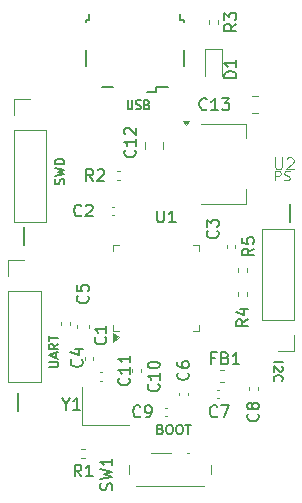
<source format=gbr>
%TF.GenerationSoftware,KiCad,Pcbnew,9.0.1*%
%TF.CreationDate,2025-04-19T10:59:12+01:00*%
%TF.ProjectId,firstkicadproject,66697273-746b-4696-9361-6470726f6a65,rev?*%
%TF.SameCoordinates,Original*%
%TF.FileFunction,Legend,Top*%
%TF.FilePolarity,Positive*%
%FSLAX46Y46*%
G04 Gerber Fmt 4.6, Leading zero omitted, Abs format (unit mm)*
G04 Created by KiCad (PCBNEW 9.0.1) date 2025-04-19 10:59:12*
%MOMM*%
%LPD*%
G01*
G04 APERTURE LIST*
%ADD10C,0.160000*%
%ADD11C,0.125000*%
%ADD12C,0.140000*%
%ADD13C,0.180000*%
%ADD14C,0.150000*%
%ADD15C,0.110000*%
%ADD16C,0.120000*%
G04 APERTURE END LIST*
D10*
X71855680Y-53742356D02*
X71893775Y-53628070D01*
X71893775Y-53628070D02*
X71893775Y-53437594D01*
X71893775Y-53437594D02*
X71855680Y-53361403D01*
X71855680Y-53361403D02*
X71817584Y-53323308D01*
X71817584Y-53323308D02*
X71741394Y-53285213D01*
X71741394Y-53285213D02*
X71665203Y-53285213D01*
X71665203Y-53285213D02*
X71589013Y-53323308D01*
X71589013Y-53323308D02*
X71550918Y-53361403D01*
X71550918Y-53361403D02*
X71512822Y-53437594D01*
X71512822Y-53437594D02*
X71474727Y-53589975D01*
X71474727Y-53589975D02*
X71436632Y-53666165D01*
X71436632Y-53666165D02*
X71398537Y-53704260D01*
X71398537Y-53704260D02*
X71322346Y-53742356D01*
X71322346Y-53742356D02*
X71246156Y-53742356D01*
X71246156Y-53742356D02*
X71169965Y-53704260D01*
X71169965Y-53704260D02*
X71131870Y-53666165D01*
X71131870Y-53666165D02*
X71093775Y-53589975D01*
X71093775Y-53589975D02*
X71093775Y-53399498D01*
X71093775Y-53399498D02*
X71131870Y-53285213D01*
X71093775Y-53018546D02*
X71893775Y-52828070D01*
X71893775Y-52828070D02*
X71322346Y-52675689D01*
X71322346Y-52675689D02*
X71893775Y-52523308D01*
X71893775Y-52523308D02*
X71093775Y-52332832D01*
X71893775Y-52028069D02*
X71093775Y-52028069D01*
X71093775Y-52028069D02*
X71093775Y-51837593D01*
X71093775Y-51837593D02*
X71131870Y-51723307D01*
X71131870Y-51723307D02*
X71208060Y-51647117D01*
X71208060Y-51647117D02*
X71284251Y-51609022D01*
X71284251Y-51609022D02*
X71436632Y-51570926D01*
X71436632Y-51570926D02*
X71550918Y-51570926D01*
X71550918Y-51570926D02*
X71703299Y-51609022D01*
X71703299Y-51609022D02*
X71779489Y-51647117D01*
X71779489Y-51647117D02*
X71855680Y-51723307D01*
X71855680Y-51723307D02*
X71893775Y-51837593D01*
X71893775Y-51837593D02*
X71893775Y-52028069D01*
D11*
X89772712Y-53395595D02*
X89772712Y-52595595D01*
X89772712Y-52595595D02*
X90077474Y-52595595D01*
X90077474Y-52595595D02*
X90153664Y-52633690D01*
X90153664Y-52633690D02*
X90191759Y-52671785D01*
X90191759Y-52671785D02*
X90229855Y-52747976D01*
X90229855Y-52747976D02*
X90229855Y-52862261D01*
X90229855Y-52862261D02*
X90191759Y-52938452D01*
X90191759Y-52938452D02*
X90153664Y-52976547D01*
X90153664Y-52976547D02*
X90077474Y-53014642D01*
X90077474Y-53014642D02*
X89772712Y-53014642D01*
X90534616Y-53357500D02*
X90648902Y-53395595D01*
X90648902Y-53395595D02*
X90839378Y-53395595D01*
X90839378Y-53395595D02*
X90915569Y-53357500D01*
X90915569Y-53357500D02*
X90953664Y-53319404D01*
X90953664Y-53319404D02*
X90991759Y-53243214D01*
X90991759Y-53243214D02*
X90991759Y-53167023D01*
X90991759Y-53167023D02*
X90953664Y-53090833D01*
X90953664Y-53090833D02*
X90915569Y-53052738D01*
X90915569Y-53052738D02*
X90839378Y-53014642D01*
X90839378Y-53014642D02*
X90686997Y-52976547D01*
X90686997Y-52976547D02*
X90610807Y-52938452D01*
X90610807Y-52938452D02*
X90572712Y-52900357D01*
X90572712Y-52900357D02*
X90534616Y-52824166D01*
X90534616Y-52824166D02*
X90534616Y-52747976D01*
X90534616Y-52747976D02*
X90572712Y-52671785D01*
X90572712Y-52671785D02*
X90610807Y-52633690D01*
X90610807Y-52633690D02*
X90686997Y-52595595D01*
X90686997Y-52595595D02*
X90877474Y-52595595D01*
X90877474Y-52595595D02*
X90991759Y-52633690D01*
D12*
X77258771Y-46594815D02*
X77258771Y-47242434D01*
X77258771Y-47242434D02*
X77292105Y-47318624D01*
X77292105Y-47318624D02*
X77325438Y-47356720D01*
X77325438Y-47356720D02*
X77392105Y-47394815D01*
X77392105Y-47394815D02*
X77525438Y-47394815D01*
X77525438Y-47394815D02*
X77592105Y-47356720D01*
X77592105Y-47356720D02*
X77625438Y-47318624D01*
X77625438Y-47318624D02*
X77658771Y-47242434D01*
X77658771Y-47242434D02*
X77658771Y-46594815D01*
X77958771Y-47356720D02*
X78058771Y-47394815D01*
X78058771Y-47394815D02*
X78225438Y-47394815D01*
X78225438Y-47394815D02*
X78292104Y-47356720D01*
X78292104Y-47356720D02*
X78325438Y-47318624D01*
X78325438Y-47318624D02*
X78358771Y-47242434D01*
X78358771Y-47242434D02*
X78358771Y-47166243D01*
X78358771Y-47166243D02*
X78325438Y-47090053D01*
X78325438Y-47090053D02*
X78292104Y-47051958D01*
X78292104Y-47051958D02*
X78225438Y-47013862D01*
X78225438Y-47013862D02*
X78092104Y-46975767D01*
X78092104Y-46975767D02*
X78025438Y-46937672D01*
X78025438Y-46937672D02*
X77992104Y-46899577D01*
X77992104Y-46899577D02*
X77958771Y-46823386D01*
X77958771Y-46823386D02*
X77958771Y-46747196D01*
X77958771Y-46747196D02*
X77992104Y-46671005D01*
X77992104Y-46671005D02*
X78025438Y-46632910D01*
X78025438Y-46632910D02*
X78092104Y-46594815D01*
X78092104Y-46594815D02*
X78258771Y-46594815D01*
X78258771Y-46594815D02*
X78358771Y-46632910D01*
X78892105Y-46975767D02*
X78992105Y-47013862D01*
X78992105Y-47013862D02*
X79025438Y-47051958D01*
X79025438Y-47051958D02*
X79058771Y-47128148D01*
X79058771Y-47128148D02*
X79058771Y-47242434D01*
X79058771Y-47242434D02*
X79025438Y-47318624D01*
X79025438Y-47318624D02*
X78992105Y-47356720D01*
X78992105Y-47356720D02*
X78925438Y-47394815D01*
X78925438Y-47394815D02*
X78658771Y-47394815D01*
X78658771Y-47394815D02*
X78658771Y-46594815D01*
X78658771Y-46594815D02*
X78892105Y-46594815D01*
X78892105Y-46594815D02*
X78958771Y-46632910D01*
X78958771Y-46632910D02*
X78992105Y-46671005D01*
X78992105Y-46671005D02*
X79025438Y-46747196D01*
X79025438Y-46747196D02*
X79025438Y-46823386D01*
X79025438Y-46823386D02*
X78992105Y-46899577D01*
X78992105Y-46899577D02*
X78958771Y-46937672D01*
X78958771Y-46937672D02*
X78892105Y-46975767D01*
X78892105Y-46975767D02*
X78658771Y-46975767D01*
D13*
X68483973Y-58905388D02*
X68483973Y-57381579D01*
D10*
X70593775Y-69204260D02*
X71241394Y-69204260D01*
X71241394Y-69204260D02*
X71317584Y-69166165D01*
X71317584Y-69166165D02*
X71355680Y-69128070D01*
X71355680Y-69128070D02*
X71393775Y-69051879D01*
X71393775Y-69051879D02*
X71393775Y-68899498D01*
X71393775Y-68899498D02*
X71355680Y-68823308D01*
X71355680Y-68823308D02*
X71317584Y-68785213D01*
X71317584Y-68785213D02*
X71241394Y-68747117D01*
X71241394Y-68747117D02*
X70593775Y-68747117D01*
X71165203Y-68404261D02*
X71165203Y-68023308D01*
X71393775Y-68480451D02*
X70593775Y-68213784D01*
X70593775Y-68213784D02*
X71393775Y-67947118D01*
X71393775Y-67223308D02*
X71012822Y-67489975D01*
X71393775Y-67680451D02*
X70593775Y-67680451D01*
X70593775Y-67680451D02*
X70593775Y-67375689D01*
X70593775Y-67375689D02*
X70631870Y-67299499D01*
X70631870Y-67299499D02*
X70669965Y-67261404D01*
X70669965Y-67261404D02*
X70746156Y-67223308D01*
X70746156Y-67223308D02*
X70860441Y-67223308D01*
X70860441Y-67223308D02*
X70936632Y-67261404D01*
X70936632Y-67261404D02*
X70974727Y-67299499D01*
X70974727Y-67299499D02*
X71012822Y-67375689D01*
X71012822Y-67375689D02*
X71012822Y-67680451D01*
X70593775Y-66994737D02*
X70593775Y-66537594D01*
X71393775Y-66766166D02*
X70593775Y-66766166D01*
D12*
X80049247Y-74475767D02*
X80163533Y-74513862D01*
X80163533Y-74513862D02*
X80201628Y-74551958D01*
X80201628Y-74551958D02*
X80239724Y-74628148D01*
X80239724Y-74628148D02*
X80239724Y-74742434D01*
X80239724Y-74742434D02*
X80201628Y-74818624D01*
X80201628Y-74818624D02*
X80163533Y-74856720D01*
X80163533Y-74856720D02*
X80087343Y-74894815D01*
X80087343Y-74894815D02*
X79782581Y-74894815D01*
X79782581Y-74894815D02*
X79782581Y-74094815D01*
X79782581Y-74094815D02*
X80049247Y-74094815D01*
X80049247Y-74094815D02*
X80125438Y-74132910D01*
X80125438Y-74132910D02*
X80163533Y-74171005D01*
X80163533Y-74171005D02*
X80201628Y-74247196D01*
X80201628Y-74247196D02*
X80201628Y-74323386D01*
X80201628Y-74323386D02*
X80163533Y-74399577D01*
X80163533Y-74399577D02*
X80125438Y-74437672D01*
X80125438Y-74437672D02*
X80049247Y-74475767D01*
X80049247Y-74475767D02*
X79782581Y-74475767D01*
X80734962Y-74094815D02*
X80887343Y-74094815D01*
X80887343Y-74094815D02*
X80963533Y-74132910D01*
X80963533Y-74132910D02*
X81039724Y-74209100D01*
X81039724Y-74209100D02*
X81077819Y-74361481D01*
X81077819Y-74361481D02*
X81077819Y-74628148D01*
X81077819Y-74628148D02*
X81039724Y-74780529D01*
X81039724Y-74780529D02*
X80963533Y-74856720D01*
X80963533Y-74856720D02*
X80887343Y-74894815D01*
X80887343Y-74894815D02*
X80734962Y-74894815D01*
X80734962Y-74894815D02*
X80658771Y-74856720D01*
X80658771Y-74856720D02*
X80582581Y-74780529D01*
X80582581Y-74780529D02*
X80544485Y-74628148D01*
X80544485Y-74628148D02*
X80544485Y-74361481D01*
X80544485Y-74361481D02*
X80582581Y-74209100D01*
X80582581Y-74209100D02*
X80658771Y-74132910D01*
X80658771Y-74132910D02*
X80734962Y-74094815D01*
X81573057Y-74094815D02*
X81725438Y-74094815D01*
X81725438Y-74094815D02*
X81801628Y-74132910D01*
X81801628Y-74132910D02*
X81877819Y-74209100D01*
X81877819Y-74209100D02*
X81915914Y-74361481D01*
X81915914Y-74361481D02*
X81915914Y-74628148D01*
X81915914Y-74628148D02*
X81877819Y-74780529D01*
X81877819Y-74780529D02*
X81801628Y-74856720D01*
X81801628Y-74856720D02*
X81725438Y-74894815D01*
X81725438Y-74894815D02*
X81573057Y-74894815D01*
X81573057Y-74894815D02*
X81496866Y-74856720D01*
X81496866Y-74856720D02*
X81420676Y-74780529D01*
X81420676Y-74780529D02*
X81382580Y-74628148D01*
X81382580Y-74628148D02*
X81382580Y-74361481D01*
X81382580Y-74361481D02*
X81420676Y-74209100D01*
X81420676Y-74209100D02*
X81496866Y-74132910D01*
X81496866Y-74132910D02*
X81573057Y-74094815D01*
X82144485Y-74094815D02*
X82601628Y-74094815D01*
X82373056Y-74894815D02*
X82373056Y-74094815D01*
D10*
X89606224Y-68795739D02*
X90406224Y-68795739D01*
X90330034Y-69138595D02*
X90368129Y-69176691D01*
X90368129Y-69176691D02*
X90406224Y-69252881D01*
X90406224Y-69252881D02*
X90406224Y-69443357D01*
X90406224Y-69443357D02*
X90368129Y-69519548D01*
X90368129Y-69519548D02*
X90330034Y-69557643D01*
X90330034Y-69557643D02*
X90253843Y-69595738D01*
X90253843Y-69595738D02*
X90177653Y-69595738D01*
X90177653Y-69595738D02*
X90063367Y-69557643D01*
X90063367Y-69557643D02*
X89606224Y-69100500D01*
X89606224Y-69100500D02*
X89606224Y-69595738D01*
X89682415Y-70395739D02*
X89644320Y-70357643D01*
X89644320Y-70357643D02*
X89606224Y-70243358D01*
X89606224Y-70243358D02*
X89606224Y-70167167D01*
X89606224Y-70167167D02*
X89644320Y-70052881D01*
X89644320Y-70052881D02*
X89720510Y-69976691D01*
X89720510Y-69976691D02*
X89796700Y-69938596D01*
X89796700Y-69938596D02*
X89949081Y-69900500D01*
X89949081Y-69900500D02*
X90063367Y-69900500D01*
X90063367Y-69900500D02*
X90215748Y-69938596D01*
X90215748Y-69938596D02*
X90291939Y-69976691D01*
X90291939Y-69976691D02*
X90368129Y-70052881D01*
X90368129Y-70052881D02*
X90406224Y-70167167D01*
X90406224Y-70167167D02*
X90406224Y-70243358D01*
X90406224Y-70243358D02*
X90368129Y-70357643D01*
X90368129Y-70357643D02*
X90330034Y-70395739D01*
D13*
X90983973Y-56905388D02*
X90983973Y-55381579D01*
X67983973Y-72905388D02*
X67983973Y-71381579D01*
D14*
X86454819Y-44738094D02*
X85454819Y-44738094D01*
X85454819Y-44738094D02*
X85454819Y-44499999D01*
X85454819Y-44499999D02*
X85502438Y-44357142D01*
X85502438Y-44357142D02*
X85597676Y-44261904D01*
X85597676Y-44261904D02*
X85692914Y-44214285D01*
X85692914Y-44214285D02*
X85883390Y-44166666D01*
X85883390Y-44166666D02*
X86026247Y-44166666D01*
X86026247Y-44166666D02*
X86216723Y-44214285D01*
X86216723Y-44214285D02*
X86311961Y-44261904D01*
X86311961Y-44261904D02*
X86407200Y-44357142D01*
X86407200Y-44357142D02*
X86454819Y-44499999D01*
X86454819Y-44499999D02*
X86454819Y-44738094D01*
X86454819Y-43214285D02*
X86454819Y-43785713D01*
X86454819Y-43499999D02*
X85454819Y-43499999D01*
X85454819Y-43499999D02*
X85597676Y-43595237D01*
X85597676Y-43595237D02*
X85692914Y-43690475D01*
X85692914Y-43690475D02*
X85740533Y-43785713D01*
X73333333Y-56359580D02*
X73285714Y-56407200D01*
X73285714Y-56407200D02*
X73142857Y-56454819D01*
X73142857Y-56454819D02*
X73047619Y-56454819D01*
X73047619Y-56454819D02*
X72904762Y-56407200D01*
X72904762Y-56407200D02*
X72809524Y-56311961D01*
X72809524Y-56311961D02*
X72761905Y-56216723D01*
X72761905Y-56216723D02*
X72714286Y-56026247D01*
X72714286Y-56026247D02*
X72714286Y-55883390D01*
X72714286Y-55883390D02*
X72761905Y-55692914D01*
X72761905Y-55692914D02*
X72809524Y-55597676D01*
X72809524Y-55597676D02*
X72904762Y-55502438D01*
X72904762Y-55502438D02*
X73047619Y-55454819D01*
X73047619Y-55454819D02*
X73142857Y-55454819D01*
X73142857Y-55454819D02*
X73285714Y-55502438D01*
X73285714Y-55502438D02*
X73333333Y-55550057D01*
X73714286Y-55550057D02*
X73761905Y-55502438D01*
X73761905Y-55502438D02*
X73857143Y-55454819D01*
X73857143Y-55454819D02*
X74095238Y-55454819D01*
X74095238Y-55454819D02*
X74190476Y-55502438D01*
X74190476Y-55502438D02*
X74238095Y-55550057D01*
X74238095Y-55550057D02*
X74285714Y-55645295D01*
X74285714Y-55645295D02*
X74285714Y-55740533D01*
X74285714Y-55740533D02*
X74238095Y-55883390D01*
X74238095Y-55883390D02*
X73666667Y-56454819D01*
X73666667Y-56454819D02*
X74285714Y-56454819D01*
X86454819Y-40146666D02*
X85978628Y-40479999D01*
X86454819Y-40718094D02*
X85454819Y-40718094D01*
X85454819Y-40718094D02*
X85454819Y-40337142D01*
X85454819Y-40337142D02*
X85502438Y-40241904D01*
X85502438Y-40241904D02*
X85550057Y-40194285D01*
X85550057Y-40194285D02*
X85645295Y-40146666D01*
X85645295Y-40146666D02*
X85788152Y-40146666D01*
X85788152Y-40146666D02*
X85883390Y-40194285D01*
X85883390Y-40194285D02*
X85931009Y-40241904D01*
X85931009Y-40241904D02*
X85978628Y-40337142D01*
X85978628Y-40337142D02*
X85978628Y-40718094D01*
X85454819Y-39813332D02*
X85454819Y-39194285D01*
X85454819Y-39194285D02*
X85835771Y-39527618D01*
X85835771Y-39527618D02*
X85835771Y-39384761D01*
X85835771Y-39384761D02*
X85883390Y-39289523D01*
X85883390Y-39289523D02*
X85931009Y-39241904D01*
X85931009Y-39241904D02*
X86026247Y-39194285D01*
X86026247Y-39194285D02*
X86264342Y-39194285D01*
X86264342Y-39194285D02*
X86359580Y-39241904D01*
X86359580Y-39241904D02*
X86407200Y-39289523D01*
X86407200Y-39289523D02*
X86454819Y-39384761D01*
X86454819Y-39384761D02*
X86454819Y-39670475D01*
X86454819Y-39670475D02*
X86407200Y-39765713D01*
X86407200Y-39765713D02*
X86359580Y-39813332D01*
X75359580Y-66666666D02*
X75407200Y-66714285D01*
X75407200Y-66714285D02*
X75454819Y-66857142D01*
X75454819Y-66857142D02*
X75454819Y-66952380D01*
X75454819Y-66952380D02*
X75407200Y-67095237D01*
X75407200Y-67095237D02*
X75311961Y-67190475D01*
X75311961Y-67190475D02*
X75216723Y-67238094D01*
X75216723Y-67238094D02*
X75026247Y-67285713D01*
X75026247Y-67285713D02*
X74883390Y-67285713D01*
X74883390Y-67285713D02*
X74692914Y-67238094D01*
X74692914Y-67238094D02*
X74597676Y-67190475D01*
X74597676Y-67190475D02*
X74502438Y-67095237D01*
X74502438Y-67095237D02*
X74454819Y-66952380D01*
X74454819Y-66952380D02*
X74454819Y-66857142D01*
X74454819Y-66857142D02*
X74502438Y-66714285D01*
X74502438Y-66714285D02*
X74550057Y-66666666D01*
X75454819Y-65714285D02*
X75454819Y-66285713D01*
X75454819Y-65999999D02*
X74454819Y-65999999D01*
X74454819Y-65999999D02*
X74597676Y-66095237D01*
X74597676Y-66095237D02*
X74692914Y-66190475D01*
X74692914Y-66190475D02*
X74740533Y-66285713D01*
X84666666Y-68431009D02*
X84333333Y-68431009D01*
X84333333Y-68954819D02*
X84333333Y-67954819D01*
X84333333Y-67954819D02*
X84809523Y-67954819D01*
X85523809Y-68431009D02*
X85666666Y-68478628D01*
X85666666Y-68478628D02*
X85714285Y-68526247D01*
X85714285Y-68526247D02*
X85761904Y-68621485D01*
X85761904Y-68621485D02*
X85761904Y-68764342D01*
X85761904Y-68764342D02*
X85714285Y-68859580D01*
X85714285Y-68859580D02*
X85666666Y-68907200D01*
X85666666Y-68907200D02*
X85571428Y-68954819D01*
X85571428Y-68954819D02*
X85190476Y-68954819D01*
X85190476Y-68954819D02*
X85190476Y-67954819D01*
X85190476Y-67954819D02*
X85523809Y-67954819D01*
X85523809Y-67954819D02*
X85619047Y-68002438D01*
X85619047Y-68002438D02*
X85666666Y-68050057D01*
X85666666Y-68050057D02*
X85714285Y-68145295D01*
X85714285Y-68145295D02*
X85714285Y-68240533D01*
X85714285Y-68240533D02*
X85666666Y-68335771D01*
X85666666Y-68335771D02*
X85619047Y-68383390D01*
X85619047Y-68383390D02*
X85523809Y-68431009D01*
X85523809Y-68431009D02*
X85190476Y-68431009D01*
X86714285Y-68954819D02*
X86142857Y-68954819D01*
X86428571Y-68954819D02*
X86428571Y-67954819D01*
X86428571Y-67954819D02*
X86333333Y-68097676D01*
X86333333Y-68097676D02*
X86238095Y-68192914D01*
X86238095Y-68192914D02*
X86142857Y-68240533D01*
X78333333Y-73359580D02*
X78285714Y-73407200D01*
X78285714Y-73407200D02*
X78142857Y-73454819D01*
X78142857Y-73454819D02*
X78047619Y-73454819D01*
X78047619Y-73454819D02*
X77904762Y-73407200D01*
X77904762Y-73407200D02*
X77809524Y-73311961D01*
X77809524Y-73311961D02*
X77761905Y-73216723D01*
X77761905Y-73216723D02*
X77714286Y-73026247D01*
X77714286Y-73026247D02*
X77714286Y-72883390D01*
X77714286Y-72883390D02*
X77761905Y-72692914D01*
X77761905Y-72692914D02*
X77809524Y-72597676D01*
X77809524Y-72597676D02*
X77904762Y-72502438D01*
X77904762Y-72502438D02*
X78047619Y-72454819D01*
X78047619Y-72454819D02*
X78142857Y-72454819D01*
X78142857Y-72454819D02*
X78285714Y-72502438D01*
X78285714Y-72502438D02*
X78333333Y-72550057D01*
X78809524Y-73454819D02*
X79000000Y-73454819D01*
X79000000Y-73454819D02*
X79095238Y-73407200D01*
X79095238Y-73407200D02*
X79142857Y-73359580D01*
X79142857Y-73359580D02*
X79238095Y-73216723D01*
X79238095Y-73216723D02*
X79285714Y-73026247D01*
X79285714Y-73026247D02*
X79285714Y-72645295D01*
X79285714Y-72645295D02*
X79238095Y-72550057D01*
X79238095Y-72550057D02*
X79190476Y-72502438D01*
X79190476Y-72502438D02*
X79095238Y-72454819D01*
X79095238Y-72454819D02*
X78904762Y-72454819D01*
X78904762Y-72454819D02*
X78809524Y-72502438D01*
X78809524Y-72502438D02*
X78761905Y-72550057D01*
X78761905Y-72550057D02*
X78714286Y-72645295D01*
X78714286Y-72645295D02*
X78714286Y-72883390D01*
X78714286Y-72883390D02*
X78761905Y-72978628D01*
X78761905Y-72978628D02*
X78809524Y-73026247D01*
X78809524Y-73026247D02*
X78904762Y-73073866D01*
X78904762Y-73073866D02*
X79095238Y-73073866D01*
X79095238Y-73073866D02*
X79190476Y-73026247D01*
X79190476Y-73026247D02*
X79238095Y-72978628D01*
X79238095Y-72978628D02*
X79285714Y-72883390D01*
X84833333Y-73359580D02*
X84785714Y-73407200D01*
X84785714Y-73407200D02*
X84642857Y-73454819D01*
X84642857Y-73454819D02*
X84547619Y-73454819D01*
X84547619Y-73454819D02*
X84404762Y-73407200D01*
X84404762Y-73407200D02*
X84309524Y-73311961D01*
X84309524Y-73311961D02*
X84261905Y-73216723D01*
X84261905Y-73216723D02*
X84214286Y-73026247D01*
X84214286Y-73026247D02*
X84214286Y-72883390D01*
X84214286Y-72883390D02*
X84261905Y-72692914D01*
X84261905Y-72692914D02*
X84309524Y-72597676D01*
X84309524Y-72597676D02*
X84404762Y-72502438D01*
X84404762Y-72502438D02*
X84547619Y-72454819D01*
X84547619Y-72454819D02*
X84642857Y-72454819D01*
X84642857Y-72454819D02*
X84785714Y-72502438D01*
X84785714Y-72502438D02*
X84833333Y-72550057D01*
X85166667Y-72454819D02*
X85833333Y-72454819D01*
X85833333Y-72454819D02*
X85404762Y-73454819D01*
X74333333Y-53454819D02*
X74000000Y-52978628D01*
X73761905Y-53454819D02*
X73761905Y-52454819D01*
X73761905Y-52454819D02*
X74142857Y-52454819D01*
X74142857Y-52454819D02*
X74238095Y-52502438D01*
X74238095Y-52502438D02*
X74285714Y-52550057D01*
X74285714Y-52550057D02*
X74333333Y-52645295D01*
X74333333Y-52645295D02*
X74333333Y-52788152D01*
X74333333Y-52788152D02*
X74285714Y-52883390D01*
X74285714Y-52883390D02*
X74238095Y-52931009D01*
X74238095Y-52931009D02*
X74142857Y-52978628D01*
X74142857Y-52978628D02*
X73761905Y-52978628D01*
X74714286Y-52550057D02*
X74761905Y-52502438D01*
X74761905Y-52502438D02*
X74857143Y-52454819D01*
X74857143Y-52454819D02*
X75095238Y-52454819D01*
X75095238Y-52454819D02*
X75190476Y-52502438D01*
X75190476Y-52502438D02*
X75238095Y-52550057D01*
X75238095Y-52550057D02*
X75285714Y-52645295D01*
X75285714Y-52645295D02*
X75285714Y-52740533D01*
X75285714Y-52740533D02*
X75238095Y-52883390D01*
X75238095Y-52883390D02*
X74666667Y-53454819D01*
X74666667Y-53454819D02*
X75285714Y-53454819D01*
X87454819Y-65166666D02*
X86978628Y-65499999D01*
X87454819Y-65738094D02*
X86454819Y-65738094D01*
X86454819Y-65738094D02*
X86454819Y-65357142D01*
X86454819Y-65357142D02*
X86502438Y-65261904D01*
X86502438Y-65261904D02*
X86550057Y-65214285D01*
X86550057Y-65214285D02*
X86645295Y-65166666D01*
X86645295Y-65166666D02*
X86788152Y-65166666D01*
X86788152Y-65166666D02*
X86883390Y-65214285D01*
X86883390Y-65214285D02*
X86931009Y-65261904D01*
X86931009Y-65261904D02*
X86978628Y-65357142D01*
X86978628Y-65357142D02*
X86978628Y-65738094D01*
X86788152Y-64309523D02*
X87454819Y-64309523D01*
X86407200Y-64547618D02*
X87121485Y-64785713D01*
X87121485Y-64785713D02*
X87121485Y-64166666D01*
X79859580Y-70642857D02*
X79907200Y-70690476D01*
X79907200Y-70690476D02*
X79954819Y-70833333D01*
X79954819Y-70833333D02*
X79954819Y-70928571D01*
X79954819Y-70928571D02*
X79907200Y-71071428D01*
X79907200Y-71071428D02*
X79811961Y-71166666D01*
X79811961Y-71166666D02*
X79716723Y-71214285D01*
X79716723Y-71214285D02*
X79526247Y-71261904D01*
X79526247Y-71261904D02*
X79383390Y-71261904D01*
X79383390Y-71261904D02*
X79192914Y-71214285D01*
X79192914Y-71214285D02*
X79097676Y-71166666D01*
X79097676Y-71166666D02*
X79002438Y-71071428D01*
X79002438Y-71071428D02*
X78954819Y-70928571D01*
X78954819Y-70928571D02*
X78954819Y-70833333D01*
X78954819Y-70833333D02*
X79002438Y-70690476D01*
X79002438Y-70690476D02*
X79050057Y-70642857D01*
X79954819Y-69690476D02*
X79954819Y-70261904D01*
X79954819Y-69976190D02*
X78954819Y-69976190D01*
X78954819Y-69976190D02*
X79097676Y-70071428D01*
X79097676Y-70071428D02*
X79192914Y-70166666D01*
X79192914Y-70166666D02*
X79240533Y-70261904D01*
X78954819Y-69071428D02*
X78954819Y-68976190D01*
X78954819Y-68976190D02*
X79002438Y-68880952D01*
X79002438Y-68880952D02*
X79050057Y-68833333D01*
X79050057Y-68833333D02*
X79145295Y-68785714D01*
X79145295Y-68785714D02*
X79335771Y-68738095D01*
X79335771Y-68738095D02*
X79573866Y-68738095D01*
X79573866Y-68738095D02*
X79764342Y-68785714D01*
X79764342Y-68785714D02*
X79859580Y-68833333D01*
X79859580Y-68833333D02*
X79907200Y-68880952D01*
X79907200Y-68880952D02*
X79954819Y-68976190D01*
X79954819Y-68976190D02*
X79954819Y-69071428D01*
X79954819Y-69071428D02*
X79907200Y-69166666D01*
X79907200Y-69166666D02*
X79859580Y-69214285D01*
X79859580Y-69214285D02*
X79764342Y-69261904D01*
X79764342Y-69261904D02*
X79573866Y-69309523D01*
X79573866Y-69309523D02*
X79335771Y-69309523D01*
X79335771Y-69309523D02*
X79145295Y-69261904D01*
X79145295Y-69261904D02*
X79050057Y-69214285D01*
X79050057Y-69214285D02*
X79002438Y-69166666D01*
X79002438Y-69166666D02*
X78954819Y-69071428D01*
X73333333Y-78454819D02*
X73000000Y-77978628D01*
X72761905Y-78454819D02*
X72761905Y-77454819D01*
X72761905Y-77454819D02*
X73142857Y-77454819D01*
X73142857Y-77454819D02*
X73238095Y-77502438D01*
X73238095Y-77502438D02*
X73285714Y-77550057D01*
X73285714Y-77550057D02*
X73333333Y-77645295D01*
X73333333Y-77645295D02*
X73333333Y-77788152D01*
X73333333Y-77788152D02*
X73285714Y-77883390D01*
X73285714Y-77883390D02*
X73238095Y-77931009D01*
X73238095Y-77931009D02*
X73142857Y-77978628D01*
X73142857Y-77978628D02*
X72761905Y-77978628D01*
X74285714Y-78454819D02*
X73714286Y-78454819D01*
X74000000Y-78454819D02*
X74000000Y-77454819D01*
X74000000Y-77454819D02*
X73904762Y-77597676D01*
X73904762Y-77597676D02*
X73809524Y-77692914D01*
X73809524Y-77692914D02*
X73714286Y-77740533D01*
X73859580Y-63166666D02*
X73907200Y-63214285D01*
X73907200Y-63214285D02*
X73954819Y-63357142D01*
X73954819Y-63357142D02*
X73954819Y-63452380D01*
X73954819Y-63452380D02*
X73907200Y-63595237D01*
X73907200Y-63595237D02*
X73811961Y-63690475D01*
X73811961Y-63690475D02*
X73716723Y-63738094D01*
X73716723Y-63738094D02*
X73526247Y-63785713D01*
X73526247Y-63785713D02*
X73383390Y-63785713D01*
X73383390Y-63785713D02*
X73192914Y-63738094D01*
X73192914Y-63738094D02*
X73097676Y-63690475D01*
X73097676Y-63690475D02*
X73002438Y-63595237D01*
X73002438Y-63595237D02*
X72954819Y-63452380D01*
X72954819Y-63452380D02*
X72954819Y-63357142D01*
X72954819Y-63357142D02*
X73002438Y-63214285D01*
X73002438Y-63214285D02*
X73050057Y-63166666D01*
X72954819Y-62261904D02*
X72954819Y-62738094D01*
X72954819Y-62738094D02*
X73431009Y-62785713D01*
X73431009Y-62785713D02*
X73383390Y-62738094D01*
X73383390Y-62738094D02*
X73335771Y-62642856D01*
X73335771Y-62642856D02*
X73335771Y-62404761D01*
X73335771Y-62404761D02*
X73383390Y-62309523D01*
X73383390Y-62309523D02*
X73431009Y-62261904D01*
X73431009Y-62261904D02*
X73526247Y-62214285D01*
X73526247Y-62214285D02*
X73764342Y-62214285D01*
X73764342Y-62214285D02*
X73859580Y-62261904D01*
X73859580Y-62261904D02*
X73907200Y-62309523D01*
X73907200Y-62309523D02*
X73954819Y-62404761D01*
X73954819Y-62404761D02*
X73954819Y-62642856D01*
X73954819Y-62642856D02*
X73907200Y-62738094D01*
X73907200Y-62738094D02*
X73859580Y-62785713D01*
X77859580Y-50831605D02*
X77907200Y-50879224D01*
X77907200Y-50879224D02*
X77954819Y-51022081D01*
X77954819Y-51022081D02*
X77954819Y-51117319D01*
X77954819Y-51117319D02*
X77907200Y-51260176D01*
X77907200Y-51260176D02*
X77811961Y-51355414D01*
X77811961Y-51355414D02*
X77716723Y-51403033D01*
X77716723Y-51403033D02*
X77526247Y-51450652D01*
X77526247Y-51450652D02*
X77383390Y-51450652D01*
X77383390Y-51450652D02*
X77192914Y-51403033D01*
X77192914Y-51403033D02*
X77097676Y-51355414D01*
X77097676Y-51355414D02*
X77002438Y-51260176D01*
X77002438Y-51260176D02*
X76954819Y-51117319D01*
X76954819Y-51117319D02*
X76954819Y-51022081D01*
X76954819Y-51022081D02*
X77002438Y-50879224D01*
X77002438Y-50879224D02*
X77050057Y-50831605D01*
X77954819Y-49879224D02*
X77954819Y-50450652D01*
X77954819Y-50164938D02*
X76954819Y-50164938D01*
X76954819Y-50164938D02*
X77097676Y-50260176D01*
X77097676Y-50260176D02*
X77192914Y-50355414D01*
X77192914Y-50355414D02*
X77240533Y-50450652D01*
X77050057Y-49498271D02*
X77002438Y-49450652D01*
X77002438Y-49450652D02*
X76954819Y-49355414D01*
X76954819Y-49355414D02*
X76954819Y-49117319D01*
X76954819Y-49117319D02*
X77002438Y-49022081D01*
X77002438Y-49022081D02*
X77050057Y-48974462D01*
X77050057Y-48974462D02*
X77145295Y-48926843D01*
X77145295Y-48926843D02*
X77240533Y-48926843D01*
X77240533Y-48926843D02*
X77383390Y-48974462D01*
X77383390Y-48974462D02*
X77954819Y-49545890D01*
X77954819Y-49545890D02*
X77954819Y-48926843D01*
D15*
X89738095Y-51456899D02*
X89738095Y-52266422D01*
X89738095Y-52266422D02*
X89785714Y-52361660D01*
X89785714Y-52361660D02*
X89833333Y-52409280D01*
X89833333Y-52409280D02*
X89928571Y-52456899D01*
X89928571Y-52456899D02*
X90119047Y-52456899D01*
X90119047Y-52456899D02*
X90214285Y-52409280D01*
X90214285Y-52409280D02*
X90261904Y-52361660D01*
X90261904Y-52361660D02*
X90309523Y-52266422D01*
X90309523Y-52266422D02*
X90309523Y-51456899D01*
X90738095Y-51552137D02*
X90785714Y-51504518D01*
X90785714Y-51504518D02*
X90880952Y-51456899D01*
X90880952Y-51456899D02*
X91119047Y-51456899D01*
X91119047Y-51456899D02*
X91214285Y-51504518D01*
X91214285Y-51504518D02*
X91261904Y-51552137D01*
X91261904Y-51552137D02*
X91309523Y-51647375D01*
X91309523Y-51647375D02*
X91309523Y-51742613D01*
X91309523Y-51742613D02*
X91261904Y-51885470D01*
X91261904Y-51885470D02*
X90690476Y-52456899D01*
X90690476Y-52456899D02*
X91309523Y-52456899D01*
D14*
X88284580Y-73166666D02*
X88332200Y-73214285D01*
X88332200Y-73214285D02*
X88379819Y-73357142D01*
X88379819Y-73357142D02*
X88379819Y-73452380D01*
X88379819Y-73452380D02*
X88332200Y-73595237D01*
X88332200Y-73595237D02*
X88236961Y-73690475D01*
X88236961Y-73690475D02*
X88141723Y-73738094D01*
X88141723Y-73738094D02*
X87951247Y-73785713D01*
X87951247Y-73785713D02*
X87808390Y-73785713D01*
X87808390Y-73785713D02*
X87617914Y-73738094D01*
X87617914Y-73738094D02*
X87522676Y-73690475D01*
X87522676Y-73690475D02*
X87427438Y-73595237D01*
X87427438Y-73595237D02*
X87379819Y-73452380D01*
X87379819Y-73452380D02*
X87379819Y-73357142D01*
X87379819Y-73357142D02*
X87427438Y-73214285D01*
X87427438Y-73214285D02*
X87475057Y-73166666D01*
X87808390Y-72595237D02*
X87760771Y-72690475D01*
X87760771Y-72690475D02*
X87713152Y-72738094D01*
X87713152Y-72738094D02*
X87617914Y-72785713D01*
X87617914Y-72785713D02*
X87570295Y-72785713D01*
X87570295Y-72785713D02*
X87475057Y-72738094D01*
X87475057Y-72738094D02*
X87427438Y-72690475D01*
X87427438Y-72690475D02*
X87379819Y-72595237D01*
X87379819Y-72595237D02*
X87379819Y-72404761D01*
X87379819Y-72404761D02*
X87427438Y-72309523D01*
X87427438Y-72309523D02*
X87475057Y-72261904D01*
X87475057Y-72261904D02*
X87570295Y-72214285D01*
X87570295Y-72214285D02*
X87617914Y-72214285D01*
X87617914Y-72214285D02*
X87713152Y-72261904D01*
X87713152Y-72261904D02*
X87760771Y-72309523D01*
X87760771Y-72309523D02*
X87808390Y-72404761D01*
X87808390Y-72404761D02*
X87808390Y-72595237D01*
X87808390Y-72595237D02*
X87856009Y-72690475D01*
X87856009Y-72690475D02*
X87903628Y-72738094D01*
X87903628Y-72738094D02*
X87998866Y-72785713D01*
X87998866Y-72785713D02*
X88189342Y-72785713D01*
X88189342Y-72785713D02*
X88284580Y-72738094D01*
X88284580Y-72738094D02*
X88332200Y-72690475D01*
X88332200Y-72690475D02*
X88379819Y-72595237D01*
X88379819Y-72595237D02*
X88379819Y-72404761D01*
X88379819Y-72404761D02*
X88332200Y-72309523D01*
X88332200Y-72309523D02*
X88284580Y-72261904D01*
X88284580Y-72261904D02*
X88189342Y-72214285D01*
X88189342Y-72214285D02*
X87998866Y-72214285D01*
X87998866Y-72214285D02*
X87903628Y-72261904D01*
X87903628Y-72261904D02*
X87856009Y-72309523D01*
X87856009Y-72309523D02*
X87808390Y-72404761D01*
X79738095Y-55954819D02*
X79738095Y-56764342D01*
X79738095Y-56764342D02*
X79785714Y-56859580D01*
X79785714Y-56859580D02*
X79833333Y-56907200D01*
X79833333Y-56907200D02*
X79928571Y-56954819D01*
X79928571Y-56954819D02*
X80119047Y-56954819D01*
X80119047Y-56954819D02*
X80214285Y-56907200D01*
X80214285Y-56907200D02*
X80261904Y-56859580D01*
X80261904Y-56859580D02*
X80309523Y-56764342D01*
X80309523Y-56764342D02*
X80309523Y-55954819D01*
X81309523Y-56954819D02*
X80738095Y-56954819D01*
X81023809Y-56954819D02*
X81023809Y-55954819D01*
X81023809Y-55954819D02*
X80928571Y-56097676D01*
X80928571Y-56097676D02*
X80833333Y-56192914D01*
X80833333Y-56192914D02*
X80738095Y-56240533D01*
X82359580Y-69666666D02*
X82407200Y-69714285D01*
X82407200Y-69714285D02*
X82454819Y-69857142D01*
X82454819Y-69857142D02*
X82454819Y-69952380D01*
X82454819Y-69952380D02*
X82407200Y-70095237D01*
X82407200Y-70095237D02*
X82311961Y-70190475D01*
X82311961Y-70190475D02*
X82216723Y-70238094D01*
X82216723Y-70238094D02*
X82026247Y-70285713D01*
X82026247Y-70285713D02*
X81883390Y-70285713D01*
X81883390Y-70285713D02*
X81692914Y-70238094D01*
X81692914Y-70238094D02*
X81597676Y-70190475D01*
X81597676Y-70190475D02*
X81502438Y-70095237D01*
X81502438Y-70095237D02*
X81454819Y-69952380D01*
X81454819Y-69952380D02*
X81454819Y-69857142D01*
X81454819Y-69857142D02*
X81502438Y-69714285D01*
X81502438Y-69714285D02*
X81550057Y-69666666D01*
X81454819Y-68809523D02*
X81454819Y-68999999D01*
X81454819Y-68999999D02*
X81502438Y-69095237D01*
X81502438Y-69095237D02*
X81550057Y-69142856D01*
X81550057Y-69142856D02*
X81692914Y-69238094D01*
X81692914Y-69238094D02*
X81883390Y-69285713D01*
X81883390Y-69285713D02*
X82264342Y-69285713D01*
X82264342Y-69285713D02*
X82359580Y-69238094D01*
X82359580Y-69238094D02*
X82407200Y-69190475D01*
X82407200Y-69190475D02*
X82454819Y-69095237D01*
X82454819Y-69095237D02*
X82454819Y-68904761D01*
X82454819Y-68904761D02*
X82407200Y-68809523D01*
X82407200Y-68809523D02*
X82359580Y-68761904D01*
X82359580Y-68761904D02*
X82264342Y-68714285D01*
X82264342Y-68714285D02*
X82026247Y-68714285D01*
X82026247Y-68714285D02*
X81931009Y-68761904D01*
X81931009Y-68761904D02*
X81883390Y-68809523D01*
X81883390Y-68809523D02*
X81835771Y-68904761D01*
X81835771Y-68904761D02*
X81835771Y-69095237D01*
X81835771Y-69095237D02*
X81883390Y-69190475D01*
X81883390Y-69190475D02*
X81931009Y-69238094D01*
X81931009Y-69238094D02*
X82026247Y-69285713D01*
X83957142Y-47359580D02*
X83909523Y-47407200D01*
X83909523Y-47407200D02*
X83766666Y-47454819D01*
X83766666Y-47454819D02*
X83671428Y-47454819D01*
X83671428Y-47454819D02*
X83528571Y-47407200D01*
X83528571Y-47407200D02*
X83433333Y-47311961D01*
X83433333Y-47311961D02*
X83385714Y-47216723D01*
X83385714Y-47216723D02*
X83338095Y-47026247D01*
X83338095Y-47026247D02*
X83338095Y-46883390D01*
X83338095Y-46883390D02*
X83385714Y-46692914D01*
X83385714Y-46692914D02*
X83433333Y-46597676D01*
X83433333Y-46597676D02*
X83528571Y-46502438D01*
X83528571Y-46502438D02*
X83671428Y-46454819D01*
X83671428Y-46454819D02*
X83766666Y-46454819D01*
X83766666Y-46454819D02*
X83909523Y-46502438D01*
X83909523Y-46502438D02*
X83957142Y-46550057D01*
X84909523Y-47454819D02*
X84338095Y-47454819D01*
X84623809Y-47454819D02*
X84623809Y-46454819D01*
X84623809Y-46454819D02*
X84528571Y-46597676D01*
X84528571Y-46597676D02*
X84433333Y-46692914D01*
X84433333Y-46692914D02*
X84338095Y-46740533D01*
X85242857Y-46454819D02*
X85861904Y-46454819D01*
X85861904Y-46454819D02*
X85528571Y-46835771D01*
X85528571Y-46835771D02*
X85671428Y-46835771D01*
X85671428Y-46835771D02*
X85766666Y-46883390D01*
X85766666Y-46883390D02*
X85814285Y-46931009D01*
X85814285Y-46931009D02*
X85861904Y-47026247D01*
X85861904Y-47026247D02*
X85861904Y-47264342D01*
X85861904Y-47264342D02*
X85814285Y-47359580D01*
X85814285Y-47359580D02*
X85766666Y-47407200D01*
X85766666Y-47407200D02*
X85671428Y-47454819D01*
X85671428Y-47454819D02*
X85385714Y-47454819D01*
X85385714Y-47454819D02*
X85290476Y-47407200D01*
X85290476Y-47407200D02*
X85242857Y-47359580D01*
X84859580Y-57666666D02*
X84907200Y-57714285D01*
X84907200Y-57714285D02*
X84954819Y-57857142D01*
X84954819Y-57857142D02*
X84954819Y-57952380D01*
X84954819Y-57952380D02*
X84907200Y-58095237D01*
X84907200Y-58095237D02*
X84811961Y-58190475D01*
X84811961Y-58190475D02*
X84716723Y-58238094D01*
X84716723Y-58238094D02*
X84526247Y-58285713D01*
X84526247Y-58285713D02*
X84383390Y-58285713D01*
X84383390Y-58285713D02*
X84192914Y-58238094D01*
X84192914Y-58238094D02*
X84097676Y-58190475D01*
X84097676Y-58190475D02*
X84002438Y-58095237D01*
X84002438Y-58095237D02*
X83954819Y-57952380D01*
X83954819Y-57952380D02*
X83954819Y-57857142D01*
X83954819Y-57857142D02*
X84002438Y-57714285D01*
X84002438Y-57714285D02*
X84050057Y-57666666D01*
X83954819Y-57333332D02*
X83954819Y-56714285D01*
X83954819Y-56714285D02*
X84335771Y-57047618D01*
X84335771Y-57047618D02*
X84335771Y-56904761D01*
X84335771Y-56904761D02*
X84383390Y-56809523D01*
X84383390Y-56809523D02*
X84431009Y-56761904D01*
X84431009Y-56761904D02*
X84526247Y-56714285D01*
X84526247Y-56714285D02*
X84764342Y-56714285D01*
X84764342Y-56714285D02*
X84859580Y-56761904D01*
X84859580Y-56761904D02*
X84907200Y-56809523D01*
X84907200Y-56809523D02*
X84954819Y-56904761D01*
X84954819Y-56904761D02*
X84954819Y-57190475D01*
X84954819Y-57190475D02*
X84907200Y-57285713D01*
X84907200Y-57285713D02*
X84859580Y-57333332D01*
X72023809Y-72328628D02*
X72023809Y-72804819D01*
X71690476Y-71804819D02*
X72023809Y-72328628D01*
X72023809Y-72328628D02*
X72357142Y-71804819D01*
X73214285Y-72804819D02*
X72642857Y-72804819D01*
X72928571Y-72804819D02*
X72928571Y-71804819D01*
X72928571Y-71804819D02*
X72833333Y-71947676D01*
X72833333Y-71947676D02*
X72738095Y-72042914D01*
X72738095Y-72042914D02*
X72642857Y-72090533D01*
X75907200Y-79623332D02*
X75954819Y-79480475D01*
X75954819Y-79480475D02*
X75954819Y-79242380D01*
X75954819Y-79242380D02*
X75907200Y-79147142D01*
X75907200Y-79147142D02*
X75859580Y-79099523D01*
X75859580Y-79099523D02*
X75764342Y-79051904D01*
X75764342Y-79051904D02*
X75669104Y-79051904D01*
X75669104Y-79051904D02*
X75573866Y-79099523D01*
X75573866Y-79099523D02*
X75526247Y-79147142D01*
X75526247Y-79147142D02*
X75478628Y-79242380D01*
X75478628Y-79242380D02*
X75431009Y-79432856D01*
X75431009Y-79432856D02*
X75383390Y-79528094D01*
X75383390Y-79528094D02*
X75335771Y-79575713D01*
X75335771Y-79575713D02*
X75240533Y-79623332D01*
X75240533Y-79623332D02*
X75145295Y-79623332D01*
X75145295Y-79623332D02*
X75050057Y-79575713D01*
X75050057Y-79575713D02*
X75002438Y-79528094D01*
X75002438Y-79528094D02*
X74954819Y-79432856D01*
X74954819Y-79432856D02*
X74954819Y-79194761D01*
X74954819Y-79194761D02*
X75002438Y-79051904D01*
X74954819Y-78718570D02*
X75954819Y-78480475D01*
X75954819Y-78480475D02*
X75240533Y-78289999D01*
X75240533Y-78289999D02*
X75954819Y-78099523D01*
X75954819Y-78099523D02*
X74954819Y-77861428D01*
X75954819Y-76956666D02*
X75954819Y-77528094D01*
X75954819Y-77242380D02*
X74954819Y-77242380D01*
X74954819Y-77242380D02*
X75097676Y-77337618D01*
X75097676Y-77337618D02*
X75192914Y-77432856D01*
X75192914Y-77432856D02*
X75240533Y-77528094D01*
X73359580Y-68558830D02*
X73407200Y-68606449D01*
X73407200Y-68606449D02*
X73454819Y-68749306D01*
X73454819Y-68749306D02*
X73454819Y-68844544D01*
X73454819Y-68844544D02*
X73407200Y-68987401D01*
X73407200Y-68987401D02*
X73311961Y-69082639D01*
X73311961Y-69082639D02*
X73216723Y-69130258D01*
X73216723Y-69130258D02*
X73026247Y-69177877D01*
X73026247Y-69177877D02*
X72883390Y-69177877D01*
X72883390Y-69177877D02*
X72692914Y-69130258D01*
X72692914Y-69130258D02*
X72597676Y-69082639D01*
X72597676Y-69082639D02*
X72502438Y-68987401D01*
X72502438Y-68987401D02*
X72454819Y-68844544D01*
X72454819Y-68844544D02*
X72454819Y-68749306D01*
X72454819Y-68749306D02*
X72502438Y-68606449D01*
X72502438Y-68606449D02*
X72550057Y-68558830D01*
X72788152Y-67701687D02*
X73454819Y-67701687D01*
X72407200Y-67939782D02*
X73121485Y-68177877D01*
X73121485Y-68177877D02*
X73121485Y-67558830D01*
X87954819Y-59166666D02*
X87478628Y-59499999D01*
X87954819Y-59738094D02*
X86954819Y-59738094D01*
X86954819Y-59738094D02*
X86954819Y-59357142D01*
X86954819Y-59357142D02*
X87002438Y-59261904D01*
X87002438Y-59261904D02*
X87050057Y-59214285D01*
X87050057Y-59214285D02*
X87145295Y-59166666D01*
X87145295Y-59166666D02*
X87288152Y-59166666D01*
X87288152Y-59166666D02*
X87383390Y-59214285D01*
X87383390Y-59214285D02*
X87431009Y-59261904D01*
X87431009Y-59261904D02*
X87478628Y-59357142D01*
X87478628Y-59357142D02*
X87478628Y-59738094D01*
X86954819Y-58261904D02*
X86954819Y-58738094D01*
X86954819Y-58738094D02*
X87431009Y-58785713D01*
X87431009Y-58785713D02*
X87383390Y-58738094D01*
X87383390Y-58738094D02*
X87335771Y-58642856D01*
X87335771Y-58642856D02*
X87335771Y-58404761D01*
X87335771Y-58404761D02*
X87383390Y-58309523D01*
X87383390Y-58309523D02*
X87431009Y-58261904D01*
X87431009Y-58261904D02*
X87526247Y-58214285D01*
X87526247Y-58214285D02*
X87764342Y-58214285D01*
X87764342Y-58214285D02*
X87859580Y-58261904D01*
X87859580Y-58261904D02*
X87907200Y-58309523D01*
X87907200Y-58309523D02*
X87954819Y-58404761D01*
X87954819Y-58404761D02*
X87954819Y-58642856D01*
X87954819Y-58642856D02*
X87907200Y-58738094D01*
X87907200Y-58738094D02*
X87859580Y-58785713D01*
X77359580Y-70142857D02*
X77407200Y-70190476D01*
X77407200Y-70190476D02*
X77454819Y-70333333D01*
X77454819Y-70333333D02*
X77454819Y-70428571D01*
X77454819Y-70428571D02*
X77407200Y-70571428D01*
X77407200Y-70571428D02*
X77311961Y-70666666D01*
X77311961Y-70666666D02*
X77216723Y-70714285D01*
X77216723Y-70714285D02*
X77026247Y-70761904D01*
X77026247Y-70761904D02*
X76883390Y-70761904D01*
X76883390Y-70761904D02*
X76692914Y-70714285D01*
X76692914Y-70714285D02*
X76597676Y-70666666D01*
X76597676Y-70666666D02*
X76502438Y-70571428D01*
X76502438Y-70571428D02*
X76454819Y-70428571D01*
X76454819Y-70428571D02*
X76454819Y-70333333D01*
X76454819Y-70333333D02*
X76502438Y-70190476D01*
X76502438Y-70190476D02*
X76550057Y-70142857D01*
X77454819Y-69190476D02*
X77454819Y-69761904D01*
X77454819Y-69476190D02*
X76454819Y-69476190D01*
X76454819Y-69476190D02*
X76597676Y-69571428D01*
X76597676Y-69571428D02*
X76692914Y-69666666D01*
X76692914Y-69666666D02*
X76740533Y-69761904D01*
X77454819Y-68238095D02*
X77454819Y-68809523D01*
X77454819Y-68523809D02*
X76454819Y-68523809D01*
X76454819Y-68523809D02*
X76597676Y-68619047D01*
X76597676Y-68619047D02*
X76692914Y-68714285D01*
X76692914Y-68714285D02*
X76740533Y-68809523D01*
D16*
%TO.C,D1*%
X83765000Y-42302500D02*
X83765000Y-44587500D01*
X85235000Y-42302500D02*
X83765000Y-42302500D01*
X85235000Y-44587500D02*
X85235000Y-42302500D01*
%TO.C,C2*%
X75912164Y-55640000D02*
X76127836Y-55640000D01*
X75912164Y-56360000D02*
X76127836Y-56360000D01*
%TO.C,J3*%
X67120000Y-60120000D02*
X68500000Y-60120000D01*
X67120000Y-61500000D02*
X67120000Y-60120000D01*
X67120000Y-62770000D02*
X67120000Y-70500000D01*
X67120000Y-62770000D02*
X69880000Y-62770000D01*
X67120000Y-70500000D02*
X69880000Y-70500000D01*
X69880000Y-62770000D02*
X69880000Y-70500000D01*
%TO.C,J2*%
X67620000Y-46500000D02*
X69000000Y-46500000D01*
X67620000Y-47880000D02*
X67620000Y-46500000D01*
X67620000Y-49150000D02*
X67620000Y-56880000D01*
X67620000Y-49150000D02*
X70380000Y-49150000D01*
X67620000Y-56880000D02*
X70380000Y-56880000D01*
X70380000Y-49150000D02*
X70380000Y-56880000D01*
%TO.C,R3*%
X84120000Y-40143641D02*
X84120000Y-39836359D01*
X84880000Y-40143641D02*
X84880000Y-39836359D01*
%TO.C,C1*%
X71640000Y-65607836D02*
X71640000Y-65392164D01*
X72360000Y-65607836D02*
X72360000Y-65392164D01*
%TO.C,FB1*%
X85049721Y-69490000D02*
X85375279Y-69490000D01*
X85049721Y-70510000D02*
X85375279Y-70510000D01*
%TO.C,C9*%
X80392164Y-72640000D02*
X80607836Y-72640000D01*
X80392164Y-73360000D02*
X80607836Y-73360000D01*
%TO.C,C7*%
X84797164Y-71140000D02*
X85012836Y-71140000D01*
X84797164Y-71860000D02*
X85012836Y-71860000D01*
%TO.C,R2*%
X76643641Y-52620000D02*
X76336359Y-52620000D01*
X76643641Y-53380000D02*
X76336359Y-53380000D01*
%TO.C,R4*%
X86620000Y-63153641D02*
X86620000Y-62846359D01*
X87380000Y-63153641D02*
X87380000Y-62846359D01*
%TO.C,C10*%
X77640000Y-69372164D02*
X77640000Y-69587836D01*
X78360000Y-69372164D02*
X78360000Y-69587836D01*
%TO.C,R1*%
X73643641Y-76120000D02*
X73336359Y-76120000D01*
X73643641Y-76880000D02*
X73336359Y-76880000D01*
%TO.C,C5*%
X72990000Y-65915580D02*
X72990000Y-65634420D01*
X74010000Y-65915580D02*
X74010000Y-65634420D01*
%TO.C,C12*%
X78765000Y-50711252D02*
X78765000Y-50188748D01*
X80235000Y-50711252D02*
X80235000Y-50188748D01*
%TO.C,U2*%
X83500000Y-48590000D02*
X87260000Y-48590000D01*
X83500000Y-55410000D02*
X87260000Y-55410000D01*
X87260000Y-48590000D02*
X87260000Y-49850000D01*
X87260000Y-55410000D02*
X87260000Y-54150000D01*
X82220000Y-48690000D02*
X81980000Y-48360000D01*
X82460000Y-48360000D01*
X82220000Y-48690000D01*
G36*
X82220000Y-48690000D02*
G01*
X81980000Y-48360000D01*
X82460000Y-48360000D01*
X82220000Y-48690000D01*
G37*
%TO.C,C8*%
X87565000Y-70892164D02*
X87565000Y-71107836D01*
X88285000Y-70892164D02*
X88285000Y-71107836D01*
%TO.C,U1*%
X76052500Y-58890000D02*
X76502500Y-58890000D01*
X76052500Y-59340000D02*
X76052500Y-58890000D01*
X76052500Y-65660000D02*
X76052500Y-66110000D01*
X76052500Y-66110000D02*
X76502500Y-66110000D01*
X83272500Y-58890000D02*
X82822500Y-58890000D01*
X83272500Y-59340000D02*
X83272500Y-58890000D01*
X83272500Y-65660000D02*
X83272500Y-66110000D01*
X83272500Y-66110000D02*
X82822500Y-66110000D01*
X76502500Y-66700000D02*
X76032500Y-67040000D01*
X76032500Y-66360000D01*
X76502500Y-66700000D01*
G36*
X76502500Y-66700000D02*
G01*
X76032500Y-67040000D01*
X76032500Y-66360000D01*
X76502500Y-66700000D01*
G37*
%TO.C,C6*%
X81640000Y-71372164D02*
X81640000Y-71587836D01*
X82360000Y-71372164D02*
X82360000Y-71587836D01*
%TO.C,C13*%
X87788748Y-46265000D02*
X88311252Y-46265000D01*
X87788748Y-47735000D02*
X88311252Y-47735000D01*
%TO.C,C3*%
X85640000Y-58872164D02*
X85640000Y-59087836D01*
X86360000Y-58872164D02*
X86360000Y-59087836D01*
%TO.C,Y1*%
X73400000Y-70850000D02*
X73400000Y-74150000D01*
X73400000Y-74150000D02*
X77400000Y-74150000D01*
D14*
%TO.C,J1*%
X73700000Y-39800000D02*
X73700000Y-39950000D01*
X73700000Y-42350000D02*
X73700000Y-43750000D01*
X74000000Y-39350000D02*
X74000000Y-39800000D01*
X74000000Y-39800000D02*
X73700000Y-39800000D01*
X76050000Y-45500000D02*
X75050000Y-45500000D01*
X78925000Y-45925000D02*
X79650000Y-45925000D01*
X79650000Y-45500000D02*
X80650000Y-45500000D01*
X79650000Y-45925000D02*
X79650000Y-45500000D01*
X81700000Y-39800000D02*
X81700000Y-39350000D01*
X82000000Y-39800000D02*
X81700000Y-39800000D01*
X82000000Y-39950000D02*
X82000000Y-39800000D01*
X82000000Y-43750000D02*
X82000000Y-42350000D01*
D16*
%TO.C,SW1*%
X77400000Y-77500000D02*
X77400000Y-78290000D01*
X78000000Y-79300000D02*
X83700000Y-79300000D01*
X79250000Y-76450000D02*
X80950000Y-76450000D01*
X82250000Y-76450000D02*
X82450000Y-76450000D01*
X84300000Y-78290000D02*
X84300000Y-77500000D01*
%TO.C,J4*%
X88620000Y-65230000D02*
X88620000Y-57500000D01*
X91380000Y-57500000D02*
X88620000Y-57500000D01*
X91380000Y-65230000D02*
X88620000Y-65230000D01*
X91380000Y-65230000D02*
X91380000Y-57500000D01*
X91380000Y-66500000D02*
X91380000Y-67880000D01*
X91380000Y-67880000D02*
X90000000Y-67880000D01*
%TO.C,C4*%
X73640000Y-68392164D02*
X73640000Y-68607836D01*
X74360000Y-68392164D02*
X74360000Y-68607836D01*
%TO.C,R5*%
X86620000Y-60846359D02*
X86620000Y-61153641D01*
X87380000Y-60846359D02*
X87380000Y-61153641D01*
%TO.C,C11*%
X75127836Y-69640000D02*
X74912164Y-69640000D01*
X75127836Y-70360000D02*
X74912164Y-70360000D01*
%TD*%
M02*

</source>
